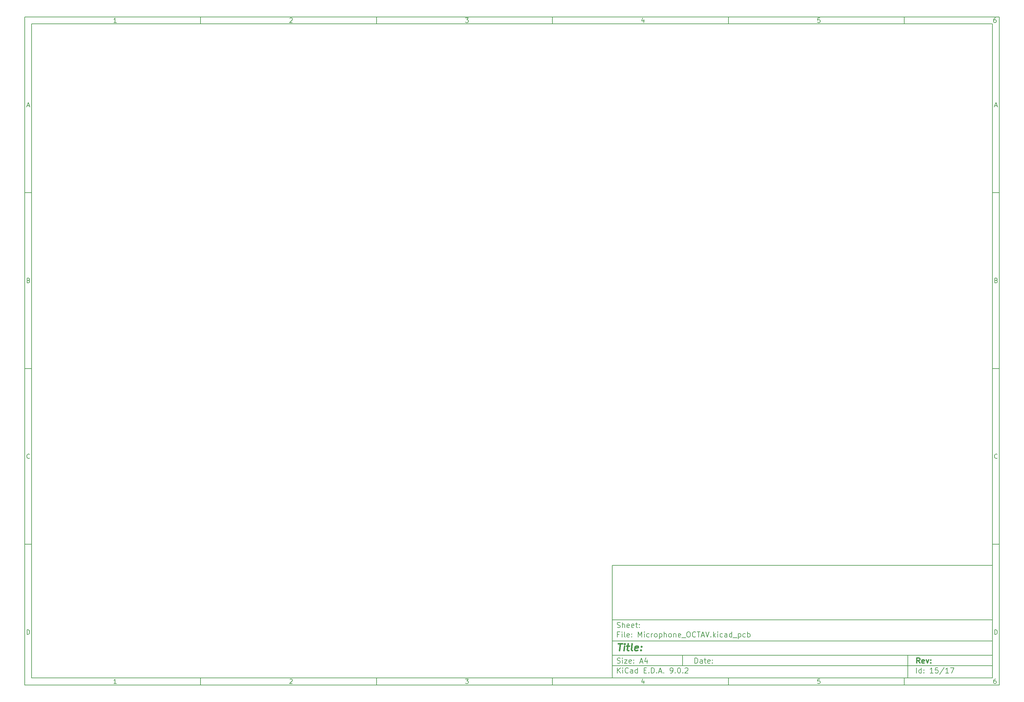
<source format=gbr>
%TF.GenerationSoftware,KiCad,Pcbnew,9.0.2*%
%TF.CreationDate,2025-08-29T05:40:04+02:00*%
%TF.ProjectId,Microphone_OCTAV,4d696372-6f70-4686-9f6e-655f4f435441,rev?*%
%TF.SameCoordinates,Original*%
%TF.FileFunction,Other,User*%
%FSLAX46Y46*%
G04 Gerber Fmt 4.6, Leading zero omitted, Abs format (unit mm)*
G04 Created by KiCad (PCBNEW 9.0.2) date 2025-08-29 05:40:04*
%MOMM*%
%LPD*%
G01*
G04 APERTURE LIST*
%ADD10C,0.100000*%
%ADD11C,0.150000*%
%ADD12C,0.300000*%
%ADD13C,0.400000*%
G04 APERTURE END LIST*
D10*
D11*
X177002200Y-166007200D02*
X285002200Y-166007200D01*
X285002200Y-198007200D01*
X177002200Y-198007200D01*
X177002200Y-166007200D01*
D10*
D11*
X10000000Y-10000000D02*
X287002200Y-10000000D01*
X287002200Y-200007200D01*
X10000000Y-200007200D01*
X10000000Y-10000000D01*
D10*
D11*
X12000000Y-12000000D02*
X285002200Y-12000000D01*
X285002200Y-198007200D01*
X12000000Y-198007200D01*
X12000000Y-12000000D01*
D10*
D11*
X60000000Y-12000000D02*
X60000000Y-10000000D01*
D10*
D11*
X110000000Y-12000000D02*
X110000000Y-10000000D01*
D10*
D11*
X160000000Y-12000000D02*
X160000000Y-10000000D01*
D10*
D11*
X210000000Y-12000000D02*
X210000000Y-10000000D01*
D10*
D11*
X260000000Y-12000000D02*
X260000000Y-10000000D01*
D10*
D11*
X36089160Y-11593604D02*
X35346303Y-11593604D01*
X35717731Y-11593604D02*
X35717731Y-10293604D01*
X35717731Y-10293604D02*
X35593922Y-10479319D01*
X35593922Y-10479319D02*
X35470112Y-10603128D01*
X35470112Y-10603128D02*
X35346303Y-10665033D01*
D10*
D11*
X85346303Y-10417414D02*
X85408207Y-10355509D01*
X85408207Y-10355509D02*
X85532017Y-10293604D01*
X85532017Y-10293604D02*
X85841541Y-10293604D01*
X85841541Y-10293604D02*
X85965350Y-10355509D01*
X85965350Y-10355509D02*
X86027255Y-10417414D01*
X86027255Y-10417414D02*
X86089160Y-10541223D01*
X86089160Y-10541223D02*
X86089160Y-10665033D01*
X86089160Y-10665033D02*
X86027255Y-10850747D01*
X86027255Y-10850747D02*
X85284398Y-11593604D01*
X85284398Y-11593604D02*
X86089160Y-11593604D01*
D10*
D11*
X135284398Y-10293604D02*
X136089160Y-10293604D01*
X136089160Y-10293604D02*
X135655826Y-10788842D01*
X135655826Y-10788842D02*
X135841541Y-10788842D01*
X135841541Y-10788842D02*
X135965350Y-10850747D01*
X135965350Y-10850747D02*
X136027255Y-10912652D01*
X136027255Y-10912652D02*
X136089160Y-11036461D01*
X136089160Y-11036461D02*
X136089160Y-11345985D01*
X136089160Y-11345985D02*
X136027255Y-11469795D01*
X136027255Y-11469795D02*
X135965350Y-11531700D01*
X135965350Y-11531700D02*
X135841541Y-11593604D01*
X135841541Y-11593604D02*
X135470112Y-11593604D01*
X135470112Y-11593604D02*
X135346303Y-11531700D01*
X135346303Y-11531700D02*
X135284398Y-11469795D01*
D10*
D11*
X185965350Y-10726938D02*
X185965350Y-11593604D01*
X185655826Y-10231700D02*
X185346303Y-11160271D01*
X185346303Y-11160271D02*
X186151064Y-11160271D01*
D10*
D11*
X236027255Y-10293604D02*
X235408207Y-10293604D01*
X235408207Y-10293604D02*
X235346303Y-10912652D01*
X235346303Y-10912652D02*
X235408207Y-10850747D01*
X235408207Y-10850747D02*
X235532017Y-10788842D01*
X235532017Y-10788842D02*
X235841541Y-10788842D01*
X235841541Y-10788842D02*
X235965350Y-10850747D01*
X235965350Y-10850747D02*
X236027255Y-10912652D01*
X236027255Y-10912652D02*
X236089160Y-11036461D01*
X236089160Y-11036461D02*
X236089160Y-11345985D01*
X236089160Y-11345985D02*
X236027255Y-11469795D01*
X236027255Y-11469795D02*
X235965350Y-11531700D01*
X235965350Y-11531700D02*
X235841541Y-11593604D01*
X235841541Y-11593604D02*
X235532017Y-11593604D01*
X235532017Y-11593604D02*
X235408207Y-11531700D01*
X235408207Y-11531700D02*
X235346303Y-11469795D01*
D10*
D11*
X285965350Y-10293604D02*
X285717731Y-10293604D01*
X285717731Y-10293604D02*
X285593922Y-10355509D01*
X285593922Y-10355509D02*
X285532017Y-10417414D01*
X285532017Y-10417414D02*
X285408207Y-10603128D01*
X285408207Y-10603128D02*
X285346303Y-10850747D01*
X285346303Y-10850747D02*
X285346303Y-11345985D01*
X285346303Y-11345985D02*
X285408207Y-11469795D01*
X285408207Y-11469795D02*
X285470112Y-11531700D01*
X285470112Y-11531700D02*
X285593922Y-11593604D01*
X285593922Y-11593604D02*
X285841541Y-11593604D01*
X285841541Y-11593604D02*
X285965350Y-11531700D01*
X285965350Y-11531700D02*
X286027255Y-11469795D01*
X286027255Y-11469795D02*
X286089160Y-11345985D01*
X286089160Y-11345985D02*
X286089160Y-11036461D01*
X286089160Y-11036461D02*
X286027255Y-10912652D01*
X286027255Y-10912652D02*
X285965350Y-10850747D01*
X285965350Y-10850747D02*
X285841541Y-10788842D01*
X285841541Y-10788842D02*
X285593922Y-10788842D01*
X285593922Y-10788842D02*
X285470112Y-10850747D01*
X285470112Y-10850747D02*
X285408207Y-10912652D01*
X285408207Y-10912652D02*
X285346303Y-11036461D01*
D10*
D11*
X60000000Y-198007200D02*
X60000000Y-200007200D01*
D10*
D11*
X110000000Y-198007200D02*
X110000000Y-200007200D01*
D10*
D11*
X160000000Y-198007200D02*
X160000000Y-200007200D01*
D10*
D11*
X210000000Y-198007200D02*
X210000000Y-200007200D01*
D10*
D11*
X260000000Y-198007200D02*
X260000000Y-200007200D01*
D10*
D11*
X36089160Y-199600804D02*
X35346303Y-199600804D01*
X35717731Y-199600804D02*
X35717731Y-198300804D01*
X35717731Y-198300804D02*
X35593922Y-198486519D01*
X35593922Y-198486519D02*
X35470112Y-198610328D01*
X35470112Y-198610328D02*
X35346303Y-198672233D01*
D10*
D11*
X85346303Y-198424614D02*
X85408207Y-198362709D01*
X85408207Y-198362709D02*
X85532017Y-198300804D01*
X85532017Y-198300804D02*
X85841541Y-198300804D01*
X85841541Y-198300804D02*
X85965350Y-198362709D01*
X85965350Y-198362709D02*
X86027255Y-198424614D01*
X86027255Y-198424614D02*
X86089160Y-198548423D01*
X86089160Y-198548423D02*
X86089160Y-198672233D01*
X86089160Y-198672233D02*
X86027255Y-198857947D01*
X86027255Y-198857947D02*
X85284398Y-199600804D01*
X85284398Y-199600804D02*
X86089160Y-199600804D01*
D10*
D11*
X135284398Y-198300804D02*
X136089160Y-198300804D01*
X136089160Y-198300804D02*
X135655826Y-198796042D01*
X135655826Y-198796042D02*
X135841541Y-198796042D01*
X135841541Y-198796042D02*
X135965350Y-198857947D01*
X135965350Y-198857947D02*
X136027255Y-198919852D01*
X136027255Y-198919852D02*
X136089160Y-199043661D01*
X136089160Y-199043661D02*
X136089160Y-199353185D01*
X136089160Y-199353185D02*
X136027255Y-199476995D01*
X136027255Y-199476995D02*
X135965350Y-199538900D01*
X135965350Y-199538900D02*
X135841541Y-199600804D01*
X135841541Y-199600804D02*
X135470112Y-199600804D01*
X135470112Y-199600804D02*
X135346303Y-199538900D01*
X135346303Y-199538900D02*
X135284398Y-199476995D01*
D10*
D11*
X185965350Y-198734138D02*
X185965350Y-199600804D01*
X185655826Y-198238900D02*
X185346303Y-199167471D01*
X185346303Y-199167471D02*
X186151064Y-199167471D01*
D10*
D11*
X236027255Y-198300804D02*
X235408207Y-198300804D01*
X235408207Y-198300804D02*
X235346303Y-198919852D01*
X235346303Y-198919852D02*
X235408207Y-198857947D01*
X235408207Y-198857947D02*
X235532017Y-198796042D01*
X235532017Y-198796042D02*
X235841541Y-198796042D01*
X235841541Y-198796042D02*
X235965350Y-198857947D01*
X235965350Y-198857947D02*
X236027255Y-198919852D01*
X236027255Y-198919852D02*
X236089160Y-199043661D01*
X236089160Y-199043661D02*
X236089160Y-199353185D01*
X236089160Y-199353185D02*
X236027255Y-199476995D01*
X236027255Y-199476995D02*
X235965350Y-199538900D01*
X235965350Y-199538900D02*
X235841541Y-199600804D01*
X235841541Y-199600804D02*
X235532017Y-199600804D01*
X235532017Y-199600804D02*
X235408207Y-199538900D01*
X235408207Y-199538900D02*
X235346303Y-199476995D01*
D10*
D11*
X285965350Y-198300804D02*
X285717731Y-198300804D01*
X285717731Y-198300804D02*
X285593922Y-198362709D01*
X285593922Y-198362709D02*
X285532017Y-198424614D01*
X285532017Y-198424614D02*
X285408207Y-198610328D01*
X285408207Y-198610328D02*
X285346303Y-198857947D01*
X285346303Y-198857947D02*
X285346303Y-199353185D01*
X285346303Y-199353185D02*
X285408207Y-199476995D01*
X285408207Y-199476995D02*
X285470112Y-199538900D01*
X285470112Y-199538900D02*
X285593922Y-199600804D01*
X285593922Y-199600804D02*
X285841541Y-199600804D01*
X285841541Y-199600804D02*
X285965350Y-199538900D01*
X285965350Y-199538900D02*
X286027255Y-199476995D01*
X286027255Y-199476995D02*
X286089160Y-199353185D01*
X286089160Y-199353185D02*
X286089160Y-199043661D01*
X286089160Y-199043661D02*
X286027255Y-198919852D01*
X286027255Y-198919852D02*
X285965350Y-198857947D01*
X285965350Y-198857947D02*
X285841541Y-198796042D01*
X285841541Y-198796042D02*
X285593922Y-198796042D01*
X285593922Y-198796042D02*
X285470112Y-198857947D01*
X285470112Y-198857947D02*
X285408207Y-198919852D01*
X285408207Y-198919852D02*
X285346303Y-199043661D01*
D10*
D11*
X10000000Y-60000000D02*
X12000000Y-60000000D01*
D10*
D11*
X10000000Y-110000000D02*
X12000000Y-110000000D01*
D10*
D11*
X10000000Y-160000000D02*
X12000000Y-160000000D01*
D10*
D11*
X10690476Y-35222176D02*
X11309523Y-35222176D01*
X10566666Y-35593604D02*
X10999999Y-34293604D01*
X10999999Y-34293604D02*
X11433333Y-35593604D01*
D10*
D11*
X11092857Y-84912652D02*
X11278571Y-84974557D01*
X11278571Y-84974557D02*
X11340476Y-85036461D01*
X11340476Y-85036461D02*
X11402380Y-85160271D01*
X11402380Y-85160271D02*
X11402380Y-85345985D01*
X11402380Y-85345985D02*
X11340476Y-85469795D01*
X11340476Y-85469795D02*
X11278571Y-85531700D01*
X11278571Y-85531700D02*
X11154761Y-85593604D01*
X11154761Y-85593604D02*
X10659523Y-85593604D01*
X10659523Y-85593604D02*
X10659523Y-84293604D01*
X10659523Y-84293604D02*
X11092857Y-84293604D01*
X11092857Y-84293604D02*
X11216666Y-84355509D01*
X11216666Y-84355509D02*
X11278571Y-84417414D01*
X11278571Y-84417414D02*
X11340476Y-84541223D01*
X11340476Y-84541223D02*
X11340476Y-84665033D01*
X11340476Y-84665033D02*
X11278571Y-84788842D01*
X11278571Y-84788842D02*
X11216666Y-84850747D01*
X11216666Y-84850747D02*
X11092857Y-84912652D01*
X11092857Y-84912652D02*
X10659523Y-84912652D01*
D10*
D11*
X11402380Y-135469795D02*
X11340476Y-135531700D01*
X11340476Y-135531700D02*
X11154761Y-135593604D01*
X11154761Y-135593604D02*
X11030952Y-135593604D01*
X11030952Y-135593604D02*
X10845238Y-135531700D01*
X10845238Y-135531700D02*
X10721428Y-135407890D01*
X10721428Y-135407890D02*
X10659523Y-135284080D01*
X10659523Y-135284080D02*
X10597619Y-135036461D01*
X10597619Y-135036461D02*
X10597619Y-134850747D01*
X10597619Y-134850747D02*
X10659523Y-134603128D01*
X10659523Y-134603128D02*
X10721428Y-134479319D01*
X10721428Y-134479319D02*
X10845238Y-134355509D01*
X10845238Y-134355509D02*
X11030952Y-134293604D01*
X11030952Y-134293604D02*
X11154761Y-134293604D01*
X11154761Y-134293604D02*
X11340476Y-134355509D01*
X11340476Y-134355509D02*
X11402380Y-134417414D01*
D10*
D11*
X10659523Y-185593604D02*
X10659523Y-184293604D01*
X10659523Y-184293604D02*
X10969047Y-184293604D01*
X10969047Y-184293604D02*
X11154761Y-184355509D01*
X11154761Y-184355509D02*
X11278571Y-184479319D01*
X11278571Y-184479319D02*
X11340476Y-184603128D01*
X11340476Y-184603128D02*
X11402380Y-184850747D01*
X11402380Y-184850747D02*
X11402380Y-185036461D01*
X11402380Y-185036461D02*
X11340476Y-185284080D01*
X11340476Y-185284080D02*
X11278571Y-185407890D01*
X11278571Y-185407890D02*
X11154761Y-185531700D01*
X11154761Y-185531700D02*
X10969047Y-185593604D01*
X10969047Y-185593604D02*
X10659523Y-185593604D01*
D10*
D11*
X287002200Y-60000000D02*
X285002200Y-60000000D01*
D10*
D11*
X287002200Y-110000000D02*
X285002200Y-110000000D01*
D10*
D11*
X287002200Y-160000000D02*
X285002200Y-160000000D01*
D10*
D11*
X285692676Y-35222176D02*
X286311723Y-35222176D01*
X285568866Y-35593604D02*
X286002199Y-34293604D01*
X286002199Y-34293604D02*
X286435533Y-35593604D01*
D10*
D11*
X286095057Y-84912652D02*
X286280771Y-84974557D01*
X286280771Y-84974557D02*
X286342676Y-85036461D01*
X286342676Y-85036461D02*
X286404580Y-85160271D01*
X286404580Y-85160271D02*
X286404580Y-85345985D01*
X286404580Y-85345985D02*
X286342676Y-85469795D01*
X286342676Y-85469795D02*
X286280771Y-85531700D01*
X286280771Y-85531700D02*
X286156961Y-85593604D01*
X286156961Y-85593604D02*
X285661723Y-85593604D01*
X285661723Y-85593604D02*
X285661723Y-84293604D01*
X285661723Y-84293604D02*
X286095057Y-84293604D01*
X286095057Y-84293604D02*
X286218866Y-84355509D01*
X286218866Y-84355509D02*
X286280771Y-84417414D01*
X286280771Y-84417414D02*
X286342676Y-84541223D01*
X286342676Y-84541223D02*
X286342676Y-84665033D01*
X286342676Y-84665033D02*
X286280771Y-84788842D01*
X286280771Y-84788842D02*
X286218866Y-84850747D01*
X286218866Y-84850747D02*
X286095057Y-84912652D01*
X286095057Y-84912652D02*
X285661723Y-84912652D01*
D10*
D11*
X286404580Y-135469795D02*
X286342676Y-135531700D01*
X286342676Y-135531700D02*
X286156961Y-135593604D01*
X286156961Y-135593604D02*
X286033152Y-135593604D01*
X286033152Y-135593604D02*
X285847438Y-135531700D01*
X285847438Y-135531700D02*
X285723628Y-135407890D01*
X285723628Y-135407890D02*
X285661723Y-135284080D01*
X285661723Y-135284080D02*
X285599819Y-135036461D01*
X285599819Y-135036461D02*
X285599819Y-134850747D01*
X285599819Y-134850747D02*
X285661723Y-134603128D01*
X285661723Y-134603128D02*
X285723628Y-134479319D01*
X285723628Y-134479319D02*
X285847438Y-134355509D01*
X285847438Y-134355509D02*
X286033152Y-134293604D01*
X286033152Y-134293604D02*
X286156961Y-134293604D01*
X286156961Y-134293604D02*
X286342676Y-134355509D01*
X286342676Y-134355509D02*
X286404580Y-134417414D01*
D10*
D11*
X285661723Y-185593604D02*
X285661723Y-184293604D01*
X285661723Y-184293604D02*
X285971247Y-184293604D01*
X285971247Y-184293604D02*
X286156961Y-184355509D01*
X286156961Y-184355509D02*
X286280771Y-184479319D01*
X286280771Y-184479319D02*
X286342676Y-184603128D01*
X286342676Y-184603128D02*
X286404580Y-184850747D01*
X286404580Y-184850747D02*
X286404580Y-185036461D01*
X286404580Y-185036461D02*
X286342676Y-185284080D01*
X286342676Y-185284080D02*
X286280771Y-185407890D01*
X286280771Y-185407890D02*
X286156961Y-185531700D01*
X286156961Y-185531700D02*
X285971247Y-185593604D01*
X285971247Y-185593604D02*
X285661723Y-185593604D01*
D10*
D11*
X200458026Y-193793328D02*
X200458026Y-192293328D01*
X200458026Y-192293328D02*
X200815169Y-192293328D01*
X200815169Y-192293328D02*
X201029455Y-192364757D01*
X201029455Y-192364757D02*
X201172312Y-192507614D01*
X201172312Y-192507614D02*
X201243741Y-192650471D01*
X201243741Y-192650471D02*
X201315169Y-192936185D01*
X201315169Y-192936185D02*
X201315169Y-193150471D01*
X201315169Y-193150471D02*
X201243741Y-193436185D01*
X201243741Y-193436185D02*
X201172312Y-193579042D01*
X201172312Y-193579042D02*
X201029455Y-193721900D01*
X201029455Y-193721900D02*
X200815169Y-193793328D01*
X200815169Y-193793328D02*
X200458026Y-193793328D01*
X202600884Y-193793328D02*
X202600884Y-193007614D01*
X202600884Y-193007614D02*
X202529455Y-192864757D01*
X202529455Y-192864757D02*
X202386598Y-192793328D01*
X202386598Y-192793328D02*
X202100884Y-192793328D01*
X202100884Y-192793328D02*
X201958026Y-192864757D01*
X202600884Y-193721900D02*
X202458026Y-193793328D01*
X202458026Y-193793328D02*
X202100884Y-193793328D01*
X202100884Y-193793328D02*
X201958026Y-193721900D01*
X201958026Y-193721900D02*
X201886598Y-193579042D01*
X201886598Y-193579042D02*
X201886598Y-193436185D01*
X201886598Y-193436185D02*
X201958026Y-193293328D01*
X201958026Y-193293328D02*
X202100884Y-193221900D01*
X202100884Y-193221900D02*
X202458026Y-193221900D01*
X202458026Y-193221900D02*
X202600884Y-193150471D01*
X203100884Y-192793328D02*
X203672312Y-192793328D01*
X203315169Y-192293328D02*
X203315169Y-193579042D01*
X203315169Y-193579042D02*
X203386598Y-193721900D01*
X203386598Y-193721900D02*
X203529455Y-193793328D01*
X203529455Y-193793328D02*
X203672312Y-193793328D01*
X204743741Y-193721900D02*
X204600884Y-193793328D01*
X204600884Y-193793328D02*
X204315170Y-193793328D01*
X204315170Y-193793328D02*
X204172312Y-193721900D01*
X204172312Y-193721900D02*
X204100884Y-193579042D01*
X204100884Y-193579042D02*
X204100884Y-193007614D01*
X204100884Y-193007614D02*
X204172312Y-192864757D01*
X204172312Y-192864757D02*
X204315170Y-192793328D01*
X204315170Y-192793328D02*
X204600884Y-192793328D01*
X204600884Y-192793328D02*
X204743741Y-192864757D01*
X204743741Y-192864757D02*
X204815170Y-193007614D01*
X204815170Y-193007614D02*
X204815170Y-193150471D01*
X204815170Y-193150471D02*
X204100884Y-193293328D01*
X205458026Y-193650471D02*
X205529455Y-193721900D01*
X205529455Y-193721900D02*
X205458026Y-193793328D01*
X205458026Y-193793328D02*
X205386598Y-193721900D01*
X205386598Y-193721900D02*
X205458026Y-193650471D01*
X205458026Y-193650471D02*
X205458026Y-193793328D01*
X205458026Y-192864757D02*
X205529455Y-192936185D01*
X205529455Y-192936185D02*
X205458026Y-193007614D01*
X205458026Y-193007614D02*
X205386598Y-192936185D01*
X205386598Y-192936185D02*
X205458026Y-192864757D01*
X205458026Y-192864757D02*
X205458026Y-193007614D01*
D10*
D11*
X177002200Y-194507200D02*
X285002200Y-194507200D01*
D10*
D11*
X178458026Y-196593328D02*
X178458026Y-195093328D01*
X179315169Y-196593328D02*
X178672312Y-195736185D01*
X179315169Y-195093328D02*
X178458026Y-195950471D01*
X179958026Y-196593328D02*
X179958026Y-195593328D01*
X179958026Y-195093328D02*
X179886598Y-195164757D01*
X179886598Y-195164757D02*
X179958026Y-195236185D01*
X179958026Y-195236185D02*
X180029455Y-195164757D01*
X180029455Y-195164757D02*
X179958026Y-195093328D01*
X179958026Y-195093328D02*
X179958026Y-195236185D01*
X181529455Y-196450471D02*
X181458027Y-196521900D01*
X181458027Y-196521900D02*
X181243741Y-196593328D01*
X181243741Y-196593328D02*
X181100884Y-196593328D01*
X181100884Y-196593328D02*
X180886598Y-196521900D01*
X180886598Y-196521900D02*
X180743741Y-196379042D01*
X180743741Y-196379042D02*
X180672312Y-196236185D01*
X180672312Y-196236185D02*
X180600884Y-195950471D01*
X180600884Y-195950471D02*
X180600884Y-195736185D01*
X180600884Y-195736185D02*
X180672312Y-195450471D01*
X180672312Y-195450471D02*
X180743741Y-195307614D01*
X180743741Y-195307614D02*
X180886598Y-195164757D01*
X180886598Y-195164757D02*
X181100884Y-195093328D01*
X181100884Y-195093328D02*
X181243741Y-195093328D01*
X181243741Y-195093328D02*
X181458027Y-195164757D01*
X181458027Y-195164757D02*
X181529455Y-195236185D01*
X182815170Y-196593328D02*
X182815170Y-195807614D01*
X182815170Y-195807614D02*
X182743741Y-195664757D01*
X182743741Y-195664757D02*
X182600884Y-195593328D01*
X182600884Y-195593328D02*
X182315170Y-195593328D01*
X182315170Y-195593328D02*
X182172312Y-195664757D01*
X182815170Y-196521900D02*
X182672312Y-196593328D01*
X182672312Y-196593328D02*
X182315170Y-196593328D01*
X182315170Y-196593328D02*
X182172312Y-196521900D01*
X182172312Y-196521900D02*
X182100884Y-196379042D01*
X182100884Y-196379042D02*
X182100884Y-196236185D01*
X182100884Y-196236185D02*
X182172312Y-196093328D01*
X182172312Y-196093328D02*
X182315170Y-196021900D01*
X182315170Y-196021900D02*
X182672312Y-196021900D01*
X182672312Y-196021900D02*
X182815170Y-195950471D01*
X184172313Y-196593328D02*
X184172313Y-195093328D01*
X184172313Y-196521900D02*
X184029455Y-196593328D01*
X184029455Y-196593328D02*
X183743741Y-196593328D01*
X183743741Y-196593328D02*
X183600884Y-196521900D01*
X183600884Y-196521900D02*
X183529455Y-196450471D01*
X183529455Y-196450471D02*
X183458027Y-196307614D01*
X183458027Y-196307614D02*
X183458027Y-195879042D01*
X183458027Y-195879042D02*
X183529455Y-195736185D01*
X183529455Y-195736185D02*
X183600884Y-195664757D01*
X183600884Y-195664757D02*
X183743741Y-195593328D01*
X183743741Y-195593328D02*
X184029455Y-195593328D01*
X184029455Y-195593328D02*
X184172313Y-195664757D01*
X186029455Y-195807614D02*
X186529455Y-195807614D01*
X186743741Y-196593328D02*
X186029455Y-196593328D01*
X186029455Y-196593328D02*
X186029455Y-195093328D01*
X186029455Y-195093328D02*
X186743741Y-195093328D01*
X187386598Y-196450471D02*
X187458027Y-196521900D01*
X187458027Y-196521900D02*
X187386598Y-196593328D01*
X187386598Y-196593328D02*
X187315170Y-196521900D01*
X187315170Y-196521900D02*
X187386598Y-196450471D01*
X187386598Y-196450471D02*
X187386598Y-196593328D01*
X188100884Y-196593328D02*
X188100884Y-195093328D01*
X188100884Y-195093328D02*
X188458027Y-195093328D01*
X188458027Y-195093328D02*
X188672313Y-195164757D01*
X188672313Y-195164757D02*
X188815170Y-195307614D01*
X188815170Y-195307614D02*
X188886599Y-195450471D01*
X188886599Y-195450471D02*
X188958027Y-195736185D01*
X188958027Y-195736185D02*
X188958027Y-195950471D01*
X188958027Y-195950471D02*
X188886599Y-196236185D01*
X188886599Y-196236185D02*
X188815170Y-196379042D01*
X188815170Y-196379042D02*
X188672313Y-196521900D01*
X188672313Y-196521900D02*
X188458027Y-196593328D01*
X188458027Y-196593328D02*
X188100884Y-196593328D01*
X189600884Y-196450471D02*
X189672313Y-196521900D01*
X189672313Y-196521900D02*
X189600884Y-196593328D01*
X189600884Y-196593328D02*
X189529456Y-196521900D01*
X189529456Y-196521900D02*
X189600884Y-196450471D01*
X189600884Y-196450471D02*
X189600884Y-196593328D01*
X190243742Y-196164757D02*
X190958028Y-196164757D01*
X190100885Y-196593328D02*
X190600885Y-195093328D01*
X190600885Y-195093328D02*
X191100885Y-196593328D01*
X191600884Y-196450471D02*
X191672313Y-196521900D01*
X191672313Y-196521900D02*
X191600884Y-196593328D01*
X191600884Y-196593328D02*
X191529456Y-196521900D01*
X191529456Y-196521900D02*
X191600884Y-196450471D01*
X191600884Y-196450471D02*
X191600884Y-196593328D01*
X193529456Y-196593328D02*
X193815170Y-196593328D01*
X193815170Y-196593328D02*
X193958027Y-196521900D01*
X193958027Y-196521900D02*
X194029456Y-196450471D01*
X194029456Y-196450471D02*
X194172313Y-196236185D01*
X194172313Y-196236185D02*
X194243742Y-195950471D01*
X194243742Y-195950471D02*
X194243742Y-195379042D01*
X194243742Y-195379042D02*
X194172313Y-195236185D01*
X194172313Y-195236185D02*
X194100885Y-195164757D01*
X194100885Y-195164757D02*
X193958027Y-195093328D01*
X193958027Y-195093328D02*
X193672313Y-195093328D01*
X193672313Y-195093328D02*
X193529456Y-195164757D01*
X193529456Y-195164757D02*
X193458027Y-195236185D01*
X193458027Y-195236185D02*
X193386599Y-195379042D01*
X193386599Y-195379042D02*
X193386599Y-195736185D01*
X193386599Y-195736185D02*
X193458027Y-195879042D01*
X193458027Y-195879042D02*
X193529456Y-195950471D01*
X193529456Y-195950471D02*
X193672313Y-196021900D01*
X193672313Y-196021900D02*
X193958027Y-196021900D01*
X193958027Y-196021900D02*
X194100885Y-195950471D01*
X194100885Y-195950471D02*
X194172313Y-195879042D01*
X194172313Y-195879042D02*
X194243742Y-195736185D01*
X194886598Y-196450471D02*
X194958027Y-196521900D01*
X194958027Y-196521900D02*
X194886598Y-196593328D01*
X194886598Y-196593328D02*
X194815170Y-196521900D01*
X194815170Y-196521900D02*
X194886598Y-196450471D01*
X194886598Y-196450471D02*
X194886598Y-196593328D01*
X195886599Y-195093328D02*
X196029456Y-195093328D01*
X196029456Y-195093328D02*
X196172313Y-195164757D01*
X196172313Y-195164757D02*
X196243742Y-195236185D01*
X196243742Y-195236185D02*
X196315170Y-195379042D01*
X196315170Y-195379042D02*
X196386599Y-195664757D01*
X196386599Y-195664757D02*
X196386599Y-196021900D01*
X196386599Y-196021900D02*
X196315170Y-196307614D01*
X196315170Y-196307614D02*
X196243742Y-196450471D01*
X196243742Y-196450471D02*
X196172313Y-196521900D01*
X196172313Y-196521900D02*
X196029456Y-196593328D01*
X196029456Y-196593328D02*
X195886599Y-196593328D01*
X195886599Y-196593328D02*
X195743742Y-196521900D01*
X195743742Y-196521900D02*
X195672313Y-196450471D01*
X195672313Y-196450471D02*
X195600884Y-196307614D01*
X195600884Y-196307614D02*
X195529456Y-196021900D01*
X195529456Y-196021900D02*
X195529456Y-195664757D01*
X195529456Y-195664757D02*
X195600884Y-195379042D01*
X195600884Y-195379042D02*
X195672313Y-195236185D01*
X195672313Y-195236185D02*
X195743742Y-195164757D01*
X195743742Y-195164757D02*
X195886599Y-195093328D01*
X197029455Y-196450471D02*
X197100884Y-196521900D01*
X197100884Y-196521900D02*
X197029455Y-196593328D01*
X197029455Y-196593328D02*
X196958027Y-196521900D01*
X196958027Y-196521900D02*
X197029455Y-196450471D01*
X197029455Y-196450471D02*
X197029455Y-196593328D01*
X197672313Y-195236185D02*
X197743741Y-195164757D01*
X197743741Y-195164757D02*
X197886599Y-195093328D01*
X197886599Y-195093328D02*
X198243741Y-195093328D01*
X198243741Y-195093328D02*
X198386599Y-195164757D01*
X198386599Y-195164757D02*
X198458027Y-195236185D01*
X198458027Y-195236185D02*
X198529456Y-195379042D01*
X198529456Y-195379042D02*
X198529456Y-195521900D01*
X198529456Y-195521900D02*
X198458027Y-195736185D01*
X198458027Y-195736185D02*
X197600884Y-196593328D01*
X197600884Y-196593328D02*
X198529456Y-196593328D01*
D10*
D11*
X177002200Y-191507200D02*
X285002200Y-191507200D01*
D10*
D12*
X264413853Y-193785528D02*
X263913853Y-193071242D01*
X263556710Y-193785528D02*
X263556710Y-192285528D01*
X263556710Y-192285528D02*
X264128139Y-192285528D01*
X264128139Y-192285528D02*
X264270996Y-192356957D01*
X264270996Y-192356957D02*
X264342425Y-192428385D01*
X264342425Y-192428385D02*
X264413853Y-192571242D01*
X264413853Y-192571242D02*
X264413853Y-192785528D01*
X264413853Y-192785528D02*
X264342425Y-192928385D01*
X264342425Y-192928385D02*
X264270996Y-192999814D01*
X264270996Y-192999814D02*
X264128139Y-193071242D01*
X264128139Y-193071242D02*
X263556710Y-193071242D01*
X265628139Y-193714100D02*
X265485282Y-193785528D01*
X265485282Y-193785528D02*
X265199568Y-193785528D01*
X265199568Y-193785528D02*
X265056710Y-193714100D01*
X265056710Y-193714100D02*
X264985282Y-193571242D01*
X264985282Y-193571242D02*
X264985282Y-192999814D01*
X264985282Y-192999814D02*
X265056710Y-192856957D01*
X265056710Y-192856957D02*
X265199568Y-192785528D01*
X265199568Y-192785528D02*
X265485282Y-192785528D01*
X265485282Y-192785528D02*
X265628139Y-192856957D01*
X265628139Y-192856957D02*
X265699568Y-192999814D01*
X265699568Y-192999814D02*
X265699568Y-193142671D01*
X265699568Y-193142671D02*
X264985282Y-193285528D01*
X266199567Y-192785528D02*
X266556710Y-193785528D01*
X266556710Y-193785528D02*
X266913853Y-192785528D01*
X267485281Y-193642671D02*
X267556710Y-193714100D01*
X267556710Y-193714100D02*
X267485281Y-193785528D01*
X267485281Y-193785528D02*
X267413853Y-193714100D01*
X267413853Y-193714100D02*
X267485281Y-193642671D01*
X267485281Y-193642671D02*
X267485281Y-193785528D01*
X267485281Y-192856957D02*
X267556710Y-192928385D01*
X267556710Y-192928385D02*
X267485281Y-192999814D01*
X267485281Y-192999814D02*
X267413853Y-192928385D01*
X267413853Y-192928385D02*
X267485281Y-192856957D01*
X267485281Y-192856957D02*
X267485281Y-192999814D01*
D10*
D11*
X178386598Y-193721900D02*
X178600884Y-193793328D01*
X178600884Y-193793328D02*
X178958026Y-193793328D01*
X178958026Y-193793328D02*
X179100884Y-193721900D01*
X179100884Y-193721900D02*
X179172312Y-193650471D01*
X179172312Y-193650471D02*
X179243741Y-193507614D01*
X179243741Y-193507614D02*
X179243741Y-193364757D01*
X179243741Y-193364757D02*
X179172312Y-193221900D01*
X179172312Y-193221900D02*
X179100884Y-193150471D01*
X179100884Y-193150471D02*
X178958026Y-193079042D01*
X178958026Y-193079042D02*
X178672312Y-193007614D01*
X178672312Y-193007614D02*
X178529455Y-192936185D01*
X178529455Y-192936185D02*
X178458026Y-192864757D01*
X178458026Y-192864757D02*
X178386598Y-192721900D01*
X178386598Y-192721900D02*
X178386598Y-192579042D01*
X178386598Y-192579042D02*
X178458026Y-192436185D01*
X178458026Y-192436185D02*
X178529455Y-192364757D01*
X178529455Y-192364757D02*
X178672312Y-192293328D01*
X178672312Y-192293328D02*
X179029455Y-192293328D01*
X179029455Y-192293328D02*
X179243741Y-192364757D01*
X179886597Y-193793328D02*
X179886597Y-192793328D01*
X179886597Y-192293328D02*
X179815169Y-192364757D01*
X179815169Y-192364757D02*
X179886597Y-192436185D01*
X179886597Y-192436185D02*
X179958026Y-192364757D01*
X179958026Y-192364757D02*
X179886597Y-192293328D01*
X179886597Y-192293328D02*
X179886597Y-192436185D01*
X180458026Y-192793328D02*
X181243741Y-192793328D01*
X181243741Y-192793328D02*
X180458026Y-193793328D01*
X180458026Y-193793328D02*
X181243741Y-193793328D01*
X182386598Y-193721900D02*
X182243741Y-193793328D01*
X182243741Y-193793328D02*
X181958027Y-193793328D01*
X181958027Y-193793328D02*
X181815169Y-193721900D01*
X181815169Y-193721900D02*
X181743741Y-193579042D01*
X181743741Y-193579042D02*
X181743741Y-193007614D01*
X181743741Y-193007614D02*
X181815169Y-192864757D01*
X181815169Y-192864757D02*
X181958027Y-192793328D01*
X181958027Y-192793328D02*
X182243741Y-192793328D01*
X182243741Y-192793328D02*
X182386598Y-192864757D01*
X182386598Y-192864757D02*
X182458027Y-193007614D01*
X182458027Y-193007614D02*
X182458027Y-193150471D01*
X182458027Y-193150471D02*
X181743741Y-193293328D01*
X183100883Y-193650471D02*
X183172312Y-193721900D01*
X183172312Y-193721900D02*
X183100883Y-193793328D01*
X183100883Y-193793328D02*
X183029455Y-193721900D01*
X183029455Y-193721900D02*
X183100883Y-193650471D01*
X183100883Y-193650471D02*
X183100883Y-193793328D01*
X183100883Y-192864757D02*
X183172312Y-192936185D01*
X183172312Y-192936185D02*
X183100883Y-193007614D01*
X183100883Y-193007614D02*
X183029455Y-192936185D01*
X183029455Y-192936185D02*
X183100883Y-192864757D01*
X183100883Y-192864757D02*
X183100883Y-193007614D01*
X184886598Y-193364757D02*
X185600884Y-193364757D01*
X184743741Y-193793328D02*
X185243741Y-192293328D01*
X185243741Y-192293328D02*
X185743741Y-193793328D01*
X186886598Y-192793328D02*
X186886598Y-193793328D01*
X186529455Y-192221900D02*
X186172312Y-193293328D01*
X186172312Y-193293328D02*
X187100883Y-193293328D01*
D10*
D11*
X263458026Y-196593328D02*
X263458026Y-195093328D01*
X264815170Y-196593328D02*
X264815170Y-195093328D01*
X264815170Y-196521900D02*
X264672312Y-196593328D01*
X264672312Y-196593328D02*
X264386598Y-196593328D01*
X264386598Y-196593328D02*
X264243741Y-196521900D01*
X264243741Y-196521900D02*
X264172312Y-196450471D01*
X264172312Y-196450471D02*
X264100884Y-196307614D01*
X264100884Y-196307614D02*
X264100884Y-195879042D01*
X264100884Y-195879042D02*
X264172312Y-195736185D01*
X264172312Y-195736185D02*
X264243741Y-195664757D01*
X264243741Y-195664757D02*
X264386598Y-195593328D01*
X264386598Y-195593328D02*
X264672312Y-195593328D01*
X264672312Y-195593328D02*
X264815170Y-195664757D01*
X265529455Y-196450471D02*
X265600884Y-196521900D01*
X265600884Y-196521900D02*
X265529455Y-196593328D01*
X265529455Y-196593328D02*
X265458027Y-196521900D01*
X265458027Y-196521900D02*
X265529455Y-196450471D01*
X265529455Y-196450471D02*
X265529455Y-196593328D01*
X265529455Y-195664757D02*
X265600884Y-195736185D01*
X265600884Y-195736185D02*
X265529455Y-195807614D01*
X265529455Y-195807614D02*
X265458027Y-195736185D01*
X265458027Y-195736185D02*
X265529455Y-195664757D01*
X265529455Y-195664757D02*
X265529455Y-195807614D01*
X268172313Y-196593328D02*
X267315170Y-196593328D01*
X267743741Y-196593328D02*
X267743741Y-195093328D01*
X267743741Y-195093328D02*
X267600884Y-195307614D01*
X267600884Y-195307614D02*
X267458027Y-195450471D01*
X267458027Y-195450471D02*
X267315170Y-195521900D01*
X269529455Y-195093328D02*
X268815169Y-195093328D01*
X268815169Y-195093328D02*
X268743741Y-195807614D01*
X268743741Y-195807614D02*
X268815169Y-195736185D01*
X268815169Y-195736185D02*
X268958027Y-195664757D01*
X268958027Y-195664757D02*
X269315169Y-195664757D01*
X269315169Y-195664757D02*
X269458027Y-195736185D01*
X269458027Y-195736185D02*
X269529455Y-195807614D01*
X269529455Y-195807614D02*
X269600884Y-195950471D01*
X269600884Y-195950471D02*
X269600884Y-196307614D01*
X269600884Y-196307614D02*
X269529455Y-196450471D01*
X269529455Y-196450471D02*
X269458027Y-196521900D01*
X269458027Y-196521900D02*
X269315169Y-196593328D01*
X269315169Y-196593328D02*
X268958027Y-196593328D01*
X268958027Y-196593328D02*
X268815169Y-196521900D01*
X268815169Y-196521900D02*
X268743741Y-196450471D01*
X271315169Y-195021900D02*
X270029455Y-196950471D01*
X272600884Y-196593328D02*
X271743741Y-196593328D01*
X272172312Y-196593328D02*
X272172312Y-195093328D01*
X272172312Y-195093328D02*
X272029455Y-195307614D01*
X272029455Y-195307614D02*
X271886598Y-195450471D01*
X271886598Y-195450471D02*
X271743741Y-195521900D01*
X273100883Y-195093328D02*
X274100883Y-195093328D01*
X274100883Y-195093328D02*
X273458026Y-196593328D01*
D10*
D11*
X177002200Y-187507200D02*
X285002200Y-187507200D01*
D10*
D13*
X178693928Y-188211638D02*
X179836785Y-188211638D01*
X179015357Y-190211638D02*
X179265357Y-188211638D01*
X180253452Y-190211638D02*
X180420119Y-188878304D01*
X180503452Y-188211638D02*
X180396309Y-188306876D01*
X180396309Y-188306876D02*
X180479643Y-188402114D01*
X180479643Y-188402114D02*
X180586786Y-188306876D01*
X180586786Y-188306876D02*
X180503452Y-188211638D01*
X180503452Y-188211638D02*
X180479643Y-188402114D01*
X181086786Y-188878304D02*
X181848690Y-188878304D01*
X181455833Y-188211638D02*
X181241548Y-189925923D01*
X181241548Y-189925923D02*
X181312976Y-190116400D01*
X181312976Y-190116400D02*
X181491548Y-190211638D01*
X181491548Y-190211638D02*
X181682024Y-190211638D01*
X182634405Y-190211638D02*
X182455833Y-190116400D01*
X182455833Y-190116400D02*
X182384405Y-189925923D01*
X182384405Y-189925923D02*
X182598690Y-188211638D01*
X184170119Y-190116400D02*
X183967738Y-190211638D01*
X183967738Y-190211638D02*
X183586785Y-190211638D01*
X183586785Y-190211638D02*
X183408214Y-190116400D01*
X183408214Y-190116400D02*
X183336785Y-189925923D01*
X183336785Y-189925923D02*
X183432024Y-189164019D01*
X183432024Y-189164019D02*
X183551071Y-188973542D01*
X183551071Y-188973542D02*
X183753452Y-188878304D01*
X183753452Y-188878304D02*
X184134404Y-188878304D01*
X184134404Y-188878304D02*
X184312976Y-188973542D01*
X184312976Y-188973542D02*
X184384404Y-189164019D01*
X184384404Y-189164019D02*
X184360595Y-189354495D01*
X184360595Y-189354495D02*
X183384404Y-189544971D01*
X185134405Y-190021161D02*
X185217738Y-190116400D01*
X185217738Y-190116400D02*
X185110595Y-190211638D01*
X185110595Y-190211638D02*
X185027262Y-190116400D01*
X185027262Y-190116400D02*
X185134405Y-190021161D01*
X185134405Y-190021161D02*
X185110595Y-190211638D01*
X185265357Y-188973542D02*
X185348690Y-189068780D01*
X185348690Y-189068780D02*
X185241548Y-189164019D01*
X185241548Y-189164019D02*
X185158214Y-189068780D01*
X185158214Y-189068780D02*
X185265357Y-188973542D01*
X185265357Y-188973542D02*
X185241548Y-189164019D01*
D10*
D11*
X178958026Y-185607614D02*
X178458026Y-185607614D01*
X178458026Y-186393328D02*
X178458026Y-184893328D01*
X178458026Y-184893328D02*
X179172312Y-184893328D01*
X179743740Y-186393328D02*
X179743740Y-185393328D01*
X179743740Y-184893328D02*
X179672312Y-184964757D01*
X179672312Y-184964757D02*
X179743740Y-185036185D01*
X179743740Y-185036185D02*
X179815169Y-184964757D01*
X179815169Y-184964757D02*
X179743740Y-184893328D01*
X179743740Y-184893328D02*
X179743740Y-185036185D01*
X180672312Y-186393328D02*
X180529455Y-186321900D01*
X180529455Y-186321900D02*
X180458026Y-186179042D01*
X180458026Y-186179042D02*
X180458026Y-184893328D01*
X181815169Y-186321900D02*
X181672312Y-186393328D01*
X181672312Y-186393328D02*
X181386598Y-186393328D01*
X181386598Y-186393328D02*
X181243740Y-186321900D01*
X181243740Y-186321900D02*
X181172312Y-186179042D01*
X181172312Y-186179042D02*
X181172312Y-185607614D01*
X181172312Y-185607614D02*
X181243740Y-185464757D01*
X181243740Y-185464757D02*
X181386598Y-185393328D01*
X181386598Y-185393328D02*
X181672312Y-185393328D01*
X181672312Y-185393328D02*
X181815169Y-185464757D01*
X181815169Y-185464757D02*
X181886598Y-185607614D01*
X181886598Y-185607614D02*
X181886598Y-185750471D01*
X181886598Y-185750471D02*
X181172312Y-185893328D01*
X182529454Y-186250471D02*
X182600883Y-186321900D01*
X182600883Y-186321900D02*
X182529454Y-186393328D01*
X182529454Y-186393328D02*
X182458026Y-186321900D01*
X182458026Y-186321900D02*
X182529454Y-186250471D01*
X182529454Y-186250471D02*
X182529454Y-186393328D01*
X182529454Y-185464757D02*
X182600883Y-185536185D01*
X182600883Y-185536185D02*
X182529454Y-185607614D01*
X182529454Y-185607614D02*
X182458026Y-185536185D01*
X182458026Y-185536185D02*
X182529454Y-185464757D01*
X182529454Y-185464757D02*
X182529454Y-185607614D01*
X184386597Y-186393328D02*
X184386597Y-184893328D01*
X184386597Y-184893328D02*
X184886597Y-185964757D01*
X184886597Y-185964757D02*
X185386597Y-184893328D01*
X185386597Y-184893328D02*
X185386597Y-186393328D01*
X186100883Y-186393328D02*
X186100883Y-185393328D01*
X186100883Y-184893328D02*
X186029455Y-184964757D01*
X186029455Y-184964757D02*
X186100883Y-185036185D01*
X186100883Y-185036185D02*
X186172312Y-184964757D01*
X186172312Y-184964757D02*
X186100883Y-184893328D01*
X186100883Y-184893328D02*
X186100883Y-185036185D01*
X187458027Y-186321900D02*
X187315169Y-186393328D01*
X187315169Y-186393328D02*
X187029455Y-186393328D01*
X187029455Y-186393328D02*
X186886598Y-186321900D01*
X186886598Y-186321900D02*
X186815169Y-186250471D01*
X186815169Y-186250471D02*
X186743741Y-186107614D01*
X186743741Y-186107614D02*
X186743741Y-185679042D01*
X186743741Y-185679042D02*
X186815169Y-185536185D01*
X186815169Y-185536185D02*
X186886598Y-185464757D01*
X186886598Y-185464757D02*
X187029455Y-185393328D01*
X187029455Y-185393328D02*
X187315169Y-185393328D01*
X187315169Y-185393328D02*
X187458027Y-185464757D01*
X188100883Y-186393328D02*
X188100883Y-185393328D01*
X188100883Y-185679042D02*
X188172312Y-185536185D01*
X188172312Y-185536185D02*
X188243741Y-185464757D01*
X188243741Y-185464757D02*
X188386598Y-185393328D01*
X188386598Y-185393328D02*
X188529455Y-185393328D01*
X189243740Y-186393328D02*
X189100883Y-186321900D01*
X189100883Y-186321900D02*
X189029454Y-186250471D01*
X189029454Y-186250471D02*
X188958026Y-186107614D01*
X188958026Y-186107614D02*
X188958026Y-185679042D01*
X188958026Y-185679042D02*
X189029454Y-185536185D01*
X189029454Y-185536185D02*
X189100883Y-185464757D01*
X189100883Y-185464757D02*
X189243740Y-185393328D01*
X189243740Y-185393328D02*
X189458026Y-185393328D01*
X189458026Y-185393328D02*
X189600883Y-185464757D01*
X189600883Y-185464757D02*
X189672312Y-185536185D01*
X189672312Y-185536185D02*
X189743740Y-185679042D01*
X189743740Y-185679042D02*
X189743740Y-186107614D01*
X189743740Y-186107614D02*
X189672312Y-186250471D01*
X189672312Y-186250471D02*
X189600883Y-186321900D01*
X189600883Y-186321900D02*
X189458026Y-186393328D01*
X189458026Y-186393328D02*
X189243740Y-186393328D01*
X190386597Y-185393328D02*
X190386597Y-186893328D01*
X190386597Y-185464757D02*
X190529455Y-185393328D01*
X190529455Y-185393328D02*
X190815169Y-185393328D01*
X190815169Y-185393328D02*
X190958026Y-185464757D01*
X190958026Y-185464757D02*
X191029455Y-185536185D01*
X191029455Y-185536185D02*
X191100883Y-185679042D01*
X191100883Y-185679042D02*
X191100883Y-186107614D01*
X191100883Y-186107614D02*
X191029455Y-186250471D01*
X191029455Y-186250471D02*
X190958026Y-186321900D01*
X190958026Y-186321900D02*
X190815169Y-186393328D01*
X190815169Y-186393328D02*
X190529455Y-186393328D01*
X190529455Y-186393328D02*
X190386597Y-186321900D01*
X191743740Y-186393328D02*
X191743740Y-184893328D01*
X192386598Y-186393328D02*
X192386598Y-185607614D01*
X192386598Y-185607614D02*
X192315169Y-185464757D01*
X192315169Y-185464757D02*
X192172312Y-185393328D01*
X192172312Y-185393328D02*
X191958026Y-185393328D01*
X191958026Y-185393328D02*
X191815169Y-185464757D01*
X191815169Y-185464757D02*
X191743740Y-185536185D01*
X193315169Y-186393328D02*
X193172312Y-186321900D01*
X193172312Y-186321900D02*
X193100883Y-186250471D01*
X193100883Y-186250471D02*
X193029455Y-186107614D01*
X193029455Y-186107614D02*
X193029455Y-185679042D01*
X193029455Y-185679042D02*
X193100883Y-185536185D01*
X193100883Y-185536185D02*
X193172312Y-185464757D01*
X193172312Y-185464757D02*
X193315169Y-185393328D01*
X193315169Y-185393328D02*
X193529455Y-185393328D01*
X193529455Y-185393328D02*
X193672312Y-185464757D01*
X193672312Y-185464757D02*
X193743741Y-185536185D01*
X193743741Y-185536185D02*
X193815169Y-185679042D01*
X193815169Y-185679042D02*
X193815169Y-186107614D01*
X193815169Y-186107614D02*
X193743741Y-186250471D01*
X193743741Y-186250471D02*
X193672312Y-186321900D01*
X193672312Y-186321900D02*
X193529455Y-186393328D01*
X193529455Y-186393328D02*
X193315169Y-186393328D01*
X194458026Y-185393328D02*
X194458026Y-186393328D01*
X194458026Y-185536185D02*
X194529455Y-185464757D01*
X194529455Y-185464757D02*
X194672312Y-185393328D01*
X194672312Y-185393328D02*
X194886598Y-185393328D01*
X194886598Y-185393328D02*
X195029455Y-185464757D01*
X195029455Y-185464757D02*
X195100884Y-185607614D01*
X195100884Y-185607614D02*
X195100884Y-186393328D01*
X196386598Y-186321900D02*
X196243741Y-186393328D01*
X196243741Y-186393328D02*
X195958027Y-186393328D01*
X195958027Y-186393328D02*
X195815169Y-186321900D01*
X195815169Y-186321900D02*
X195743741Y-186179042D01*
X195743741Y-186179042D02*
X195743741Y-185607614D01*
X195743741Y-185607614D02*
X195815169Y-185464757D01*
X195815169Y-185464757D02*
X195958027Y-185393328D01*
X195958027Y-185393328D02*
X196243741Y-185393328D01*
X196243741Y-185393328D02*
X196386598Y-185464757D01*
X196386598Y-185464757D02*
X196458027Y-185607614D01*
X196458027Y-185607614D02*
X196458027Y-185750471D01*
X196458027Y-185750471D02*
X195743741Y-185893328D01*
X196743741Y-186536185D02*
X197886598Y-186536185D01*
X198529455Y-184893328D02*
X198815169Y-184893328D01*
X198815169Y-184893328D02*
X198958026Y-184964757D01*
X198958026Y-184964757D02*
X199100883Y-185107614D01*
X199100883Y-185107614D02*
X199172312Y-185393328D01*
X199172312Y-185393328D02*
X199172312Y-185893328D01*
X199172312Y-185893328D02*
X199100883Y-186179042D01*
X199100883Y-186179042D02*
X198958026Y-186321900D01*
X198958026Y-186321900D02*
X198815169Y-186393328D01*
X198815169Y-186393328D02*
X198529455Y-186393328D01*
X198529455Y-186393328D02*
X198386598Y-186321900D01*
X198386598Y-186321900D02*
X198243740Y-186179042D01*
X198243740Y-186179042D02*
X198172312Y-185893328D01*
X198172312Y-185893328D02*
X198172312Y-185393328D01*
X198172312Y-185393328D02*
X198243740Y-185107614D01*
X198243740Y-185107614D02*
X198386598Y-184964757D01*
X198386598Y-184964757D02*
X198529455Y-184893328D01*
X200672312Y-186250471D02*
X200600884Y-186321900D01*
X200600884Y-186321900D02*
X200386598Y-186393328D01*
X200386598Y-186393328D02*
X200243741Y-186393328D01*
X200243741Y-186393328D02*
X200029455Y-186321900D01*
X200029455Y-186321900D02*
X199886598Y-186179042D01*
X199886598Y-186179042D02*
X199815169Y-186036185D01*
X199815169Y-186036185D02*
X199743741Y-185750471D01*
X199743741Y-185750471D02*
X199743741Y-185536185D01*
X199743741Y-185536185D02*
X199815169Y-185250471D01*
X199815169Y-185250471D02*
X199886598Y-185107614D01*
X199886598Y-185107614D02*
X200029455Y-184964757D01*
X200029455Y-184964757D02*
X200243741Y-184893328D01*
X200243741Y-184893328D02*
X200386598Y-184893328D01*
X200386598Y-184893328D02*
X200600884Y-184964757D01*
X200600884Y-184964757D02*
X200672312Y-185036185D01*
X201100884Y-184893328D02*
X201958027Y-184893328D01*
X201529455Y-186393328D02*
X201529455Y-184893328D01*
X202386598Y-185964757D02*
X203100884Y-185964757D01*
X202243741Y-186393328D02*
X202743741Y-184893328D01*
X202743741Y-184893328D02*
X203243741Y-186393328D01*
X203529455Y-184893328D02*
X204029455Y-186393328D01*
X204029455Y-186393328D02*
X204529455Y-184893328D01*
X205029454Y-186250471D02*
X205100883Y-186321900D01*
X205100883Y-186321900D02*
X205029454Y-186393328D01*
X205029454Y-186393328D02*
X204958026Y-186321900D01*
X204958026Y-186321900D02*
X205029454Y-186250471D01*
X205029454Y-186250471D02*
X205029454Y-186393328D01*
X205743740Y-186393328D02*
X205743740Y-184893328D01*
X205886598Y-185821900D02*
X206315169Y-186393328D01*
X206315169Y-185393328D02*
X205743740Y-185964757D01*
X206958026Y-186393328D02*
X206958026Y-185393328D01*
X206958026Y-184893328D02*
X206886598Y-184964757D01*
X206886598Y-184964757D02*
X206958026Y-185036185D01*
X206958026Y-185036185D02*
X207029455Y-184964757D01*
X207029455Y-184964757D02*
X206958026Y-184893328D01*
X206958026Y-184893328D02*
X206958026Y-185036185D01*
X208315170Y-186321900D02*
X208172312Y-186393328D01*
X208172312Y-186393328D02*
X207886598Y-186393328D01*
X207886598Y-186393328D02*
X207743741Y-186321900D01*
X207743741Y-186321900D02*
X207672312Y-186250471D01*
X207672312Y-186250471D02*
X207600884Y-186107614D01*
X207600884Y-186107614D02*
X207600884Y-185679042D01*
X207600884Y-185679042D02*
X207672312Y-185536185D01*
X207672312Y-185536185D02*
X207743741Y-185464757D01*
X207743741Y-185464757D02*
X207886598Y-185393328D01*
X207886598Y-185393328D02*
X208172312Y-185393328D01*
X208172312Y-185393328D02*
X208315170Y-185464757D01*
X209600884Y-186393328D02*
X209600884Y-185607614D01*
X209600884Y-185607614D02*
X209529455Y-185464757D01*
X209529455Y-185464757D02*
X209386598Y-185393328D01*
X209386598Y-185393328D02*
X209100884Y-185393328D01*
X209100884Y-185393328D02*
X208958026Y-185464757D01*
X209600884Y-186321900D02*
X209458026Y-186393328D01*
X209458026Y-186393328D02*
X209100884Y-186393328D01*
X209100884Y-186393328D02*
X208958026Y-186321900D01*
X208958026Y-186321900D02*
X208886598Y-186179042D01*
X208886598Y-186179042D02*
X208886598Y-186036185D01*
X208886598Y-186036185D02*
X208958026Y-185893328D01*
X208958026Y-185893328D02*
X209100884Y-185821900D01*
X209100884Y-185821900D02*
X209458026Y-185821900D01*
X209458026Y-185821900D02*
X209600884Y-185750471D01*
X210958027Y-186393328D02*
X210958027Y-184893328D01*
X210958027Y-186321900D02*
X210815169Y-186393328D01*
X210815169Y-186393328D02*
X210529455Y-186393328D01*
X210529455Y-186393328D02*
X210386598Y-186321900D01*
X210386598Y-186321900D02*
X210315169Y-186250471D01*
X210315169Y-186250471D02*
X210243741Y-186107614D01*
X210243741Y-186107614D02*
X210243741Y-185679042D01*
X210243741Y-185679042D02*
X210315169Y-185536185D01*
X210315169Y-185536185D02*
X210386598Y-185464757D01*
X210386598Y-185464757D02*
X210529455Y-185393328D01*
X210529455Y-185393328D02*
X210815169Y-185393328D01*
X210815169Y-185393328D02*
X210958027Y-185464757D01*
X211315170Y-186536185D02*
X212458027Y-186536185D01*
X212815169Y-185393328D02*
X212815169Y-186893328D01*
X212815169Y-185464757D02*
X212958027Y-185393328D01*
X212958027Y-185393328D02*
X213243741Y-185393328D01*
X213243741Y-185393328D02*
X213386598Y-185464757D01*
X213386598Y-185464757D02*
X213458027Y-185536185D01*
X213458027Y-185536185D02*
X213529455Y-185679042D01*
X213529455Y-185679042D02*
X213529455Y-186107614D01*
X213529455Y-186107614D02*
X213458027Y-186250471D01*
X213458027Y-186250471D02*
X213386598Y-186321900D01*
X213386598Y-186321900D02*
X213243741Y-186393328D01*
X213243741Y-186393328D02*
X212958027Y-186393328D01*
X212958027Y-186393328D02*
X212815169Y-186321900D01*
X214815170Y-186321900D02*
X214672312Y-186393328D01*
X214672312Y-186393328D02*
X214386598Y-186393328D01*
X214386598Y-186393328D02*
X214243741Y-186321900D01*
X214243741Y-186321900D02*
X214172312Y-186250471D01*
X214172312Y-186250471D02*
X214100884Y-186107614D01*
X214100884Y-186107614D02*
X214100884Y-185679042D01*
X214100884Y-185679042D02*
X214172312Y-185536185D01*
X214172312Y-185536185D02*
X214243741Y-185464757D01*
X214243741Y-185464757D02*
X214386598Y-185393328D01*
X214386598Y-185393328D02*
X214672312Y-185393328D01*
X214672312Y-185393328D02*
X214815170Y-185464757D01*
X215458026Y-186393328D02*
X215458026Y-184893328D01*
X215458026Y-185464757D02*
X215600884Y-185393328D01*
X215600884Y-185393328D02*
X215886598Y-185393328D01*
X215886598Y-185393328D02*
X216029455Y-185464757D01*
X216029455Y-185464757D02*
X216100884Y-185536185D01*
X216100884Y-185536185D02*
X216172312Y-185679042D01*
X216172312Y-185679042D02*
X216172312Y-186107614D01*
X216172312Y-186107614D02*
X216100884Y-186250471D01*
X216100884Y-186250471D02*
X216029455Y-186321900D01*
X216029455Y-186321900D02*
X215886598Y-186393328D01*
X215886598Y-186393328D02*
X215600884Y-186393328D01*
X215600884Y-186393328D02*
X215458026Y-186321900D01*
D10*
D11*
X177002200Y-181507200D02*
X285002200Y-181507200D01*
D10*
D11*
X178386598Y-183621900D02*
X178600884Y-183693328D01*
X178600884Y-183693328D02*
X178958026Y-183693328D01*
X178958026Y-183693328D02*
X179100884Y-183621900D01*
X179100884Y-183621900D02*
X179172312Y-183550471D01*
X179172312Y-183550471D02*
X179243741Y-183407614D01*
X179243741Y-183407614D02*
X179243741Y-183264757D01*
X179243741Y-183264757D02*
X179172312Y-183121900D01*
X179172312Y-183121900D02*
X179100884Y-183050471D01*
X179100884Y-183050471D02*
X178958026Y-182979042D01*
X178958026Y-182979042D02*
X178672312Y-182907614D01*
X178672312Y-182907614D02*
X178529455Y-182836185D01*
X178529455Y-182836185D02*
X178458026Y-182764757D01*
X178458026Y-182764757D02*
X178386598Y-182621900D01*
X178386598Y-182621900D02*
X178386598Y-182479042D01*
X178386598Y-182479042D02*
X178458026Y-182336185D01*
X178458026Y-182336185D02*
X178529455Y-182264757D01*
X178529455Y-182264757D02*
X178672312Y-182193328D01*
X178672312Y-182193328D02*
X179029455Y-182193328D01*
X179029455Y-182193328D02*
X179243741Y-182264757D01*
X179886597Y-183693328D02*
X179886597Y-182193328D01*
X180529455Y-183693328D02*
X180529455Y-182907614D01*
X180529455Y-182907614D02*
X180458026Y-182764757D01*
X180458026Y-182764757D02*
X180315169Y-182693328D01*
X180315169Y-182693328D02*
X180100883Y-182693328D01*
X180100883Y-182693328D02*
X179958026Y-182764757D01*
X179958026Y-182764757D02*
X179886597Y-182836185D01*
X181815169Y-183621900D02*
X181672312Y-183693328D01*
X181672312Y-183693328D02*
X181386598Y-183693328D01*
X181386598Y-183693328D02*
X181243740Y-183621900D01*
X181243740Y-183621900D02*
X181172312Y-183479042D01*
X181172312Y-183479042D02*
X181172312Y-182907614D01*
X181172312Y-182907614D02*
X181243740Y-182764757D01*
X181243740Y-182764757D02*
X181386598Y-182693328D01*
X181386598Y-182693328D02*
X181672312Y-182693328D01*
X181672312Y-182693328D02*
X181815169Y-182764757D01*
X181815169Y-182764757D02*
X181886598Y-182907614D01*
X181886598Y-182907614D02*
X181886598Y-183050471D01*
X181886598Y-183050471D02*
X181172312Y-183193328D01*
X183100883Y-183621900D02*
X182958026Y-183693328D01*
X182958026Y-183693328D02*
X182672312Y-183693328D01*
X182672312Y-183693328D02*
X182529454Y-183621900D01*
X182529454Y-183621900D02*
X182458026Y-183479042D01*
X182458026Y-183479042D02*
X182458026Y-182907614D01*
X182458026Y-182907614D02*
X182529454Y-182764757D01*
X182529454Y-182764757D02*
X182672312Y-182693328D01*
X182672312Y-182693328D02*
X182958026Y-182693328D01*
X182958026Y-182693328D02*
X183100883Y-182764757D01*
X183100883Y-182764757D02*
X183172312Y-182907614D01*
X183172312Y-182907614D02*
X183172312Y-183050471D01*
X183172312Y-183050471D02*
X182458026Y-183193328D01*
X183600883Y-182693328D02*
X184172311Y-182693328D01*
X183815168Y-182193328D02*
X183815168Y-183479042D01*
X183815168Y-183479042D02*
X183886597Y-183621900D01*
X183886597Y-183621900D02*
X184029454Y-183693328D01*
X184029454Y-183693328D02*
X184172311Y-183693328D01*
X184672311Y-183550471D02*
X184743740Y-183621900D01*
X184743740Y-183621900D02*
X184672311Y-183693328D01*
X184672311Y-183693328D02*
X184600883Y-183621900D01*
X184600883Y-183621900D02*
X184672311Y-183550471D01*
X184672311Y-183550471D02*
X184672311Y-183693328D01*
X184672311Y-182764757D02*
X184743740Y-182836185D01*
X184743740Y-182836185D02*
X184672311Y-182907614D01*
X184672311Y-182907614D02*
X184600883Y-182836185D01*
X184600883Y-182836185D02*
X184672311Y-182764757D01*
X184672311Y-182764757D02*
X184672311Y-182907614D01*
D10*
D11*
X197002200Y-191507200D02*
X197002200Y-194507200D01*
D10*
D11*
X261002200Y-191507200D02*
X261002200Y-198007200D01*
M02*

</source>
